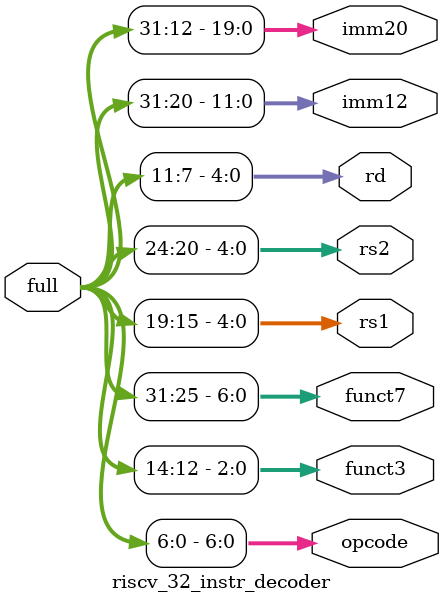
<source format=sv>
/*
 * Haley Lind & Michael Stewart
 * CSCE611 RISCV 3 Stage CPU Design
 * Fall 2025
*/

module riscv_32_instr_decoder(
        input logic [31:0] full,

        output logic [6:0] opcode,      // all 
        output logic [2:0] funct3, // 
        output logic [6:0] funct7, // 
        output logic [4:0] rs1,    // 
        output logic [4:0] rs2,    // 
        output logic [4:0] rd,     // dest ... all 
        output logic [11:0] imm12,  // csrrw 
        output logic [19:0] imm20  // u type

        //output logic [2:0] // if i was using lut but i decided not to in my design

);

assign opcode = full[6:0]; // grabs those bits, which tell opcode
assign funct3 = full[14:12];
assign funct7 = full[31:25]; 
assign rs1 = full[19:15];
assign rs2 = full[24:20];
assign rd = full[11:7];

/* I Type immediate for CSRRW, etc. */
assign imm12 = full[31:20]; //giving syntax error without full & semicolon

/* U type immediate */
assign imm20 = full[31:12];


/* ----- WE AREN'T USING THIS .... But I'm keeping it!
// instantiate lut from lut.sv
// get value from lut (it returns a 0, 1, or 2 in binary)
lut lut_for_instruction_type(
                .op(opcode),
                .instr_type(type_of_instruction)
                                );
// above lut gives back 000, 001, or 010 based on op code (3 bits -- can be extended)
*/
endmodule

</source>
